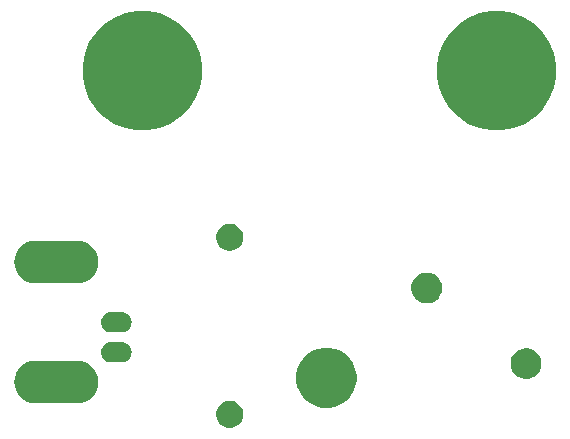
<source format=gbr>
G04 #@! TF.GenerationSoftware,KiCad,Pcbnew,(5.1.4)-1*
G04 #@! TF.CreationDate,2020-08-30T11:13:41+08:00*
G04 #@! TF.ProjectId,EHFW_ANT,45484657-5f41-44e5-942e-6b696361645f,rev?*
G04 #@! TF.SameCoordinates,Original*
G04 #@! TF.FileFunction,Soldermask,Bot*
G04 #@! TF.FilePolarity,Negative*
%FSLAX46Y46*%
G04 Gerber Fmt 4.6, Leading zero omitted, Abs format (unit mm)*
G04 Created by KiCad (PCBNEW (5.1.4)-1) date 2020-08-30 11:13:41*
%MOMM*%
%LPD*%
G04 APERTURE LIST*
%ADD10C,0.100000*%
G04 APERTURE END LIST*
D10*
G36*
X132624549Y-77971116D02*
G01*
X132735734Y-77993232D01*
X132945203Y-78079997D01*
X133133720Y-78205960D01*
X133294040Y-78366280D01*
X133420003Y-78554797D01*
X133506768Y-78764266D01*
X133551000Y-78986636D01*
X133551000Y-79213364D01*
X133506768Y-79435734D01*
X133420003Y-79645203D01*
X133294040Y-79833720D01*
X133133720Y-79994040D01*
X132945203Y-80120003D01*
X132735734Y-80206768D01*
X132624549Y-80228884D01*
X132513365Y-80251000D01*
X132286635Y-80251000D01*
X132175451Y-80228884D01*
X132064266Y-80206768D01*
X131854797Y-80120003D01*
X131666280Y-79994040D01*
X131505960Y-79833720D01*
X131379997Y-79645203D01*
X131293232Y-79435734D01*
X131249000Y-79213364D01*
X131249000Y-78986636D01*
X131293232Y-78764266D01*
X131379997Y-78554797D01*
X131505960Y-78366280D01*
X131666280Y-78205960D01*
X131854797Y-78079997D01*
X132064266Y-77993232D01*
X132175451Y-77971116D01*
X132286635Y-77949000D01*
X132513365Y-77949000D01*
X132624549Y-77971116D01*
X132624549Y-77971116D01*
G37*
G36*
X141344098Y-73547033D02*
G01*
X141648632Y-73673175D01*
X141808352Y-73739333D01*
X142226168Y-74018509D01*
X142581491Y-74373832D01*
X142860667Y-74791648D01*
X142860668Y-74791650D01*
X143052967Y-75255902D01*
X143151000Y-75748747D01*
X143151000Y-76251253D01*
X143052967Y-76744098D01*
X142916919Y-77072548D01*
X142860667Y-77208352D01*
X142581491Y-77626168D01*
X142226168Y-77981491D01*
X141808352Y-78260667D01*
X141808351Y-78260668D01*
X141808350Y-78260668D01*
X141344098Y-78452967D01*
X140851253Y-78551000D01*
X140348747Y-78551000D01*
X139855902Y-78452967D01*
X139391650Y-78260668D01*
X139391649Y-78260668D01*
X139391648Y-78260667D01*
X138973832Y-77981491D01*
X138618509Y-77626168D01*
X138339333Y-77208352D01*
X138283081Y-77072548D01*
X138147033Y-76744098D01*
X138049000Y-76251253D01*
X138049000Y-75748747D01*
X138147033Y-75255902D01*
X138339332Y-74791650D01*
X138339333Y-74791648D01*
X138618509Y-74373832D01*
X138973832Y-74018509D01*
X139391648Y-73739333D01*
X139551368Y-73673175D01*
X139855902Y-73547033D01*
X140348747Y-73449000D01*
X140851253Y-73449000D01*
X141344098Y-73547033D01*
X141344098Y-73547033D01*
G37*
G36*
X119646669Y-74587686D02*
G01*
X119823058Y-74605059D01*
X120162548Y-74708042D01*
X120162550Y-74708043D01*
X120475422Y-74875277D01*
X120749661Y-75100339D01*
X120974723Y-75374578D01*
X121110896Y-75629339D01*
X121141958Y-75687452D01*
X121244941Y-76026942D01*
X121279714Y-76380000D01*
X121244941Y-76733058D01*
X121141958Y-77072548D01*
X121141957Y-77072550D01*
X120974723Y-77385422D01*
X120749661Y-77659661D01*
X120475422Y-77884723D01*
X120294382Y-77981491D01*
X120162548Y-78051958D01*
X119823058Y-78154941D01*
X119646669Y-78172314D01*
X119558476Y-78181000D01*
X115881524Y-78181000D01*
X115793331Y-78172314D01*
X115616942Y-78154941D01*
X115277452Y-78051958D01*
X115145618Y-77981491D01*
X114964578Y-77884723D01*
X114690339Y-77659661D01*
X114465277Y-77385422D01*
X114298043Y-77072550D01*
X114298042Y-77072548D01*
X114195059Y-76733058D01*
X114160286Y-76380000D01*
X114195059Y-76026942D01*
X114298042Y-75687452D01*
X114329104Y-75629339D01*
X114465277Y-75374578D01*
X114690339Y-75100339D01*
X114964578Y-74875277D01*
X115277450Y-74708043D01*
X115277452Y-74708042D01*
X115616942Y-74605059D01*
X115793331Y-74587686D01*
X115881524Y-74579000D01*
X119558476Y-74579000D01*
X119646669Y-74587686D01*
X119646669Y-74587686D01*
G37*
G36*
X157879487Y-73548996D02*
G01*
X158116253Y-73647068D01*
X158116255Y-73647069D01*
X158254338Y-73739333D01*
X158329339Y-73789447D01*
X158510553Y-73970661D01*
X158652932Y-74183747D01*
X158751004Y-74420513D01*
X158801000Y-74671861D01*
X158801000Y-74928139D01*
X158751004Y-75179487D01*
X158670195Y-75374577D01*
X158652931Y-75416255D01*
X158510553Y-75629339D01*
X158329339Y-75810553D01*
X158116255Y-75952931D01*
X158116254Y-75952932D01*
X158116253Y-75952932D01*
X157879487Y-76051004D01*
X157628139Y-76101000D01*
X157371861Y-76101000D01*
X157120513Y-76051004D01*
X156883747Y-75952932D01*
X156883746Y-75952932D01*
X156883745Y-75952931D01*
X156670661Y-75810553D01*
X156489447Y-75629339D01*
X156347069Y-75416255D01*
X156329805Y-75374577D01*
X156248996Y-75179487D01*
X156199000Y-74928139D01*
X156199000Y-74671861D01*
X156248996Y-74420513D01*
X156347068Y-74183747D01*
X156489447Y-73970661D01*
X156670661Y-73789447D01*
X156745662Y-73739333D01*
X156883745Y-73647069D01*
X156883747Y-73647068D01*
X157120513Y-73548996D01*
X157371861Y-73499000D01*
X157628139Y-73499000D01*
X157879487Y-73548996D01*
X157879487Y-73548996D01*
G37*
G36*
X123416823Y-73001313D02*
G01*
X123577242Y-73049976D01*
X123709906Y-73120886D01*
X123725078Y-73128996D01*
X123854659Y-73235341D01*
X123961004Y-73364922D01*
X123961005Y-73364924D01*
X124040024Y-73512758D01*
X124088687Y-73673177D01*
X124105117Y-73840000D01*
X124088687Y-74006823D01*
X124040024Y-74167242D01*
X123969114Y-74299906D01*
X123961004Y-74315078D01*
X123854659Y-74444659D01*
X123725078Y-74551004D01*
X123725076Y-74551005D01*
X123577242Y-74630024D01*
X123416823Y-74678687D01*
X123291804Y-74691000D01*
X122308196Y-74691000D01*
X122183177Y-74678687D01*
X122022758Y-74630024D01*
X121874924Y-74551005D01*
X121874922Y-74551004D01*
X121745341Y-74444659D01*
X121638996Y-74315078D01*
X121630886Y-74299906D01*
X121559976Y-74167242D01*
X121511313Y-74006823D01*
X121494883Y-73840000D01*
X121511313Y-73673177D01*
X121559976Y-73512758D01*
X121638995Y-73364924D01*
X121638996Y-73364922D01*
X121745341Y-73235341D01*
X121874922Y-73128996D01*
X121890094Y-73120886D01*
X122022758Y-73049976D01*
X122183177Y-73001313D01*
X122308196Y-72989000D01*
X123291804Y-72989000D01*
X123416823Y-73001313D01*
X123416823Y-73001313D01*
G37*
G36*
X123416823Y-70461313D02*
G01*
X123577242Y-70509976D01*
X123709906Y-70580886D01*
X123725078Y-70588996D01*
X123854659Y-70695341D01*
X123961004Y-70824922D01*
X123961005Y-70824924D01*
X124040024Y-70972758D01*
X124088687Y-71133177D01*
X124105117Y-71300000D01*
X124088687Y-71466823D01*
X124040024Y-71627242D01*
X123969114Y-71759906D01*
X123961004Y-71775078D01*
X123854659Y-71904659D01*
X123725078Y-72011004D01*
X123725076Y-72011005D01*
X123577242Y-72090024D01*
X123416823Y-72138687D01*
X123291804Y-72151000D01*
X122308196Y-72151000D01*
X122183177Y-72138687D01*
X122022758Y-72090024D01*
X121874924Y-72011005D01*
X121874922Y-72011004D01*
X121745341Y-71904659D01*
X121638996Y-71775078D01*
X121630886Y-71759906D01*
X121559976Y-71627242D01*
X121511313Y-71466823D01*
X121494883Y-71300000D01*
X121511313Y-71133177D01*
X121559976Y-70972758D01*
X121638995Y-70824924D01*
X121638996Y-70824922D01*
X121745341Y-70695341D01*
X121874922Y-70588996D01*
X121890094Y-70580886D01*
X122022758Y-70509976D01*
X122183177Y-70461313D01*
X122308196Y-70449000D01*
X123291804Y-70449000D01*
X123416823Y-70461313D01*
X123416823Y-70461313D01*
G37*
G36*
X149479487Y-67148996D02*
G01*
X149716253Y-67247068D01*
X149716255Y-67247069D01*
X149929339Y-67389447D01*
X150110553Y-67570661D01*
X150252932Y-67783747D01*
X150351004Y-68020513D01*
X150401000Y-68271861D01*
X150401000Y-68528139D01*
X150351004Y-68779487D01*
X150252932Y-69016253D01*
X150252931Y-69016255D01*
X150110553Y-69229339D01*
X149929339Y-69410553D01*
X149716255Y-69552931D01*
X149716254Y-69552932D01*
X149716253Y-69552932D01*
X149479487Y-69651004D01*
X149228139Y-69701000D01*
X148971861Y-69701000D01*
X148720513Y-69651004D01*
X148483747Y-69552932D01*
X148483746Y-69552932D01*
X148483745Y-69552931D01*
X148270661Y-69410553D01*
X148089447Y-69229339D01*
X147947069Y-69016255D01*
X147947068Y-69016253D01*
X147848996Y-68779487D01*
X147799000Y-68528139D01*
X147799000Y-68271861D01*
X147848996Y-68020513D01*
X147947068Y-67783747D01*
X148089447Y-67570661D01*
X148270661Y-67389447D01*
X148483745Y-67247069D01*
X148483747Y-67247068D01*
X148720513Y-67148996D01*
X148971861Y-67099000D01*
X149228139Y-67099000D01*
X149479487Y-67148996D01*
X149479487Y-67148996D01*
G37*
G36*
X119646669Y-64427686D02*
G01*
X119823058Y-64445059D01*
X120162548Y-64548042D01*
X120162550Y-64548043D01*
X120475422Y-64715277D01*
X120749661Y-64940339D01*
X120968314Y-65206768D01*
X120974722Y-65214577D01*
X121141958Y-65527452D01*
X121244941Y-65866942D01*
X121279714Y-66220000D01*
X121244941Y-66573058D01*
X121141958Y-66912548D01*
X121141957Y-66912550D01*
X120974723Y-67225422D01*
X120749661Y-67499661D01*
X120475422Y-67724723D01*
X120364996Y-67783747D01*
X120162548Y-67891958D01*
X119823058Y-67994941D01*
X119646669Y-68012314D01*
X119558476Y-68021000D01*
X115881524Y-68021000D01*
X115793331Y-68012314D01*
X115616942Y-67994941D01*
X115277452Y-67891958D01*
X115075004Y-67783747D01*
X114964578Y-67724723D01*
X114690339Y-67499661D01*
X114465277Y-67225422D01*
X114298043Y-66912550D01*
X114298042Y-66912548D01*
X114195059Y-66573058D01*
X114160286Y-66220000D01*
X114195059Y-65866942D01*
X114298042Y-65527452D01*
X114465278Y-65214577D01*
X114471687Y-65206768D01*
X114690339Y-64940339D01*
X114964578Y-64715277D01*
X115277450Y-64548043D01*
X115277452Y-64548042D01*
X115616942Y-64445059D01*
X115793331Y-64427686D01*
X115881524Y-64419000D01*
X119558476Y-64419000D01*
X119646669Y-64427686D01*
X119646669Y-64427686D01*
G37*
G36*
X132624549Y-62971116D02*
G01*
X132735734Y-62993232D01*
X132945203Y-63079997D01*
X133133720Y-63205960D01*
X133294040Y-63366280D01*
X133420003Y-63554797D01*
X133506768Y-63764266D01*
X133551000Y-63986636D01*
X133551000Y-64213364D01*
X133506768Y-64435734D01*
X133420003Y-64645203D01*
X133294040Y-64833720D01*
X133133720Y-64994040D01*
X132945203Y-65120003D01*
X132735734Y-65206768D01*
X132696475Y-65214577D01*
X132513365Y-65251000D01*
X132286635Y-65251000D01*
X132103525Y-65214577D01*
X132064266Y-65206768D01*
X131854797Y-65120003D01*
X131666280Y-64994040D01*
X131505960Y-64833720D01*
X131379997Y-64645203D01*
X131293232Y-64435734D01*
X131249000Y-64213364D01*
X131249000Y-63986636D01*
X131293232Y-63764266D01*
X131379997Y-63554797D01*
X131505960Y-63366280D01*
X131666280Y-63205960D01*
X131854797Y-63079997D01*
X132064266Y-62993232D01*
X132175451Y-62971116D01*
X132286635Y-62949000D01*
X132513365Y-62949000D01*
X132624549Y-62971116D01*
X132624549Y-62971116D01*
G37*
G36*
X125985401Y-45046053D02*
G01*
X126473322Y-45143107D01*
X127392546Y-45523862D01*
X128219825Y-46076632D01*
X128923368Y-46780175D01*
X129476138Y-47607454D01*
X129856893Y-48526678D01*
X130051000Y-49502520D01*
X130051000Y-50497480D01*
X129856893Y-51473322D01*
X129476138Y-52392546D01*
X128923368Y-53219825D01*
X128219825Y-53923368D01*
X127392546Y-54476138D01*
X126473322Y-54856893D01*
X125985401Y-54953947D01*
X125497481Y-55051000D01*
X124502519Y-55051000D01*
X124014599Y-54953947D01*
X123526678Y-54856893D01*
X122607454Y-54476138D01*
X121780175Y-53923368D01*
X121076632Y-53219825D01*
X120523862Y-52392546D01*
X120143107Y-51473322D01*
X119949000Y-50497480D01*
X119949000Y-49502520D01*
X120143107Y-48526678D01*
X120523862Y-47607454D01*
X121076632Y-46780175D01*
X121780175Y-46076632D01*
X122607454Y-45523862D01*
X123526678Y-45143107D01*
X124014599Y-45046053D01*
X124502519Y-44949000D01*
X125497481Y-44949000D01*
X125985401Y-45046053D01*
X125985401Y-45046053D01*
G37*
G36*
X155985401Y-45046053D02*
G01*
X156473322Y-45143107D01*
X157392546Y-45523862D01*
X158219825Y-46076632D01*
X158923368Y-46780175D01*
X159476138Y-47607454D01*
X159856893Y-48526678D01*
X160051000Y-49502520D01*
X160051000Y-50497480D01*
X159856893Y-51473322D01*
X159476138Y-52392546D01*
X158923368Y-53219825D01*
X158219825Y-53923368D01*
X157392546Y-54476138D01*
X156473322Y-54856893D01*
X155985401Y-54953947D01*
X155497481Y-55051000D01*
X154502519Y-55051000D01*
X154014599Y-54953947D01*
X153526678Y-54856893D01*
X152607454Y-54476138D01*
X151780175Y-53923368D01*
X151076632Y-53219825D01*
X150523862Y-52392546D01*
X150143107Y-51473322D01*
X149949000Y-50497480D01*
X149949000Y-49502520D01*
X150143107Y-48526678D01*
X150523862Y-47607454D01*
X151076632Y-46780175D01*
X151780175Y-46076632D01*
X152607454Y-45523862D01*
X153526678Y-45143107D01*
X154014599Y-45046053D01*
X154502519Y-44949000D01*
X155497481Y-44949000D01*
X155985401Y-45046053D01*
X155985401Y-45046053D01*
G37*
M02*

</source>
